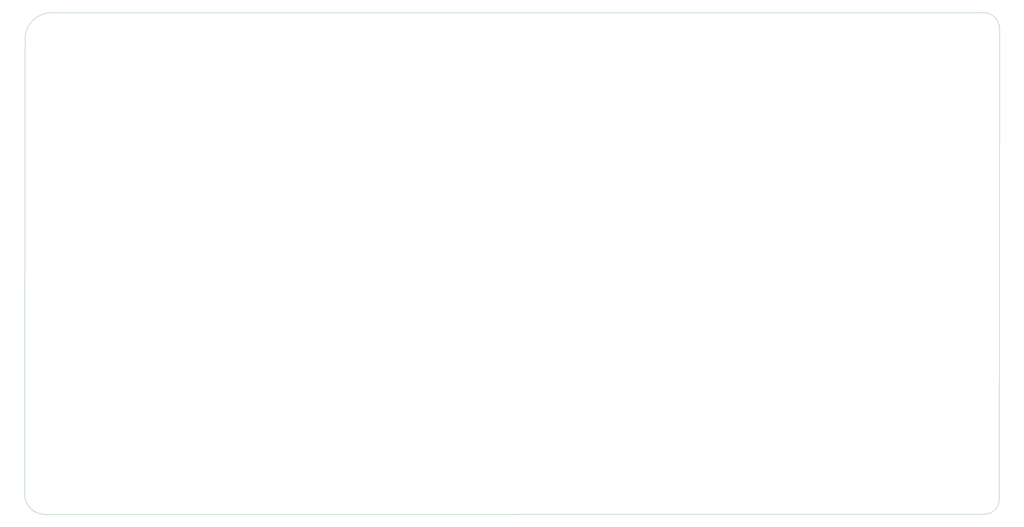
<source format=gm1>
G04 #@! TF.GenerationSoftware,KiCad,Pcbnew,7.0.8*
G04 #@! TF.CreationDate,2023-10-17T11:30:24-05:00*
G04 #@! TF.ProjectId,Vessel,56657373-656c-42e6-9b69-6361645f7063,rev?*
G04 #@! TF.SameCoordinates,Original*
G04 #@! TF.FileFunction,Profile,NP*
%FSLAX46Y46*%
G04 Gerber Fmt 4.6, Leading zero omitted, Abs format (unit mm)*
G04 Created by KiCad (PCBNEW 7.0.8) date 2023-10-17 11:30:24*
%MOMM*%
%LPD*%
G01*
G04 APERTURE LIST*
G04 #@! TA.AperFunction,Profile*
%ADD10C,0.100000*%
G04 #@! TD*
G04 APERTURE END LIST*
D10*
X142375000Y-165775000D02*
X144150000Y-165775000D01*
X133150000Y-175000000D02*
X133125000Y-180075000D01*
X466025000Y-165775000D02*
X144150000Y-165775000D01*
X466400000Y-340025000D02*
X140075000Y-340100000D01*
X466400000Y-340024999D02*
G75*
G03*
X471424750Y-334950002I0J5024999D01*
G01*
X142375000Y-165775000D02*
G75*
G03*
X133150000Y-175000000I0J-9225000D01*
G01*
X132975000Y-333075000D02*
X133125000Y-180075000D01*
X132975000Y-333075000D02*
G75*
G03*
X140074996Y-340099600I7025000J0D01*
G01*
X471550000Y-171300000D02*
X471425000Y-334950000D01*
X471550000Y-171300000D02*
G75*
G03*
X466025000Y-165775000I-5525000J0D01*
G01*
M02*

</source>
